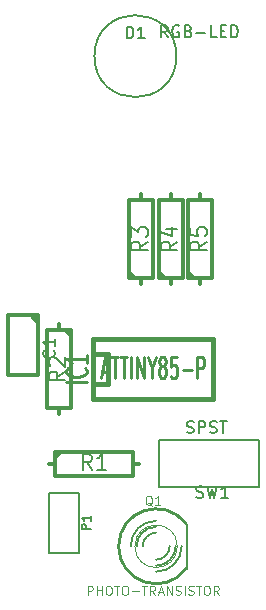
<source format=gto>
G04 (created by PCBNEW (2013-may-18)-stable) date Tue 16 Dec 2014 03:47:30 PM EET*
%MOIN*%
G04 Gerber Fmt 3.4, Leading zero omitted, Abs format*
%FSLAX34Y34*%
G01*
G70*
G90*
G04 APERTURE LIST*
%ADD10C,0.00590551*%
%ADD11C,0.012*%
%ADD12C,0.008*%
%ADD13C,0.003*%
%ADD14C,0.01*%
%ADD15C,0.006*%
%ADD16C,0.015*%
%ADD17C,0.0035*%
%ADD18C,0.01125*%
G04 APERTURE END LIST*
G54D10*
G54D11*
X9448Y-11492D02*
X9448Y-11692D01*
X9448Y-14492D02*
X9448Y-14292D01*
X9448Y-14292D02*
X9848Y-14292D01*
X9848Y-14292D02*
X9848Y-11692D01*
X9848Y-11692D02*
X9048Y-11692D01*
X9048Y-11692D02*
X9048Y-14292D01*
X9048Y-14292D02*
X9448Y-14292D01*
X9648Y-11692D02*
X9848Y-11892D01*
X9129Y-16141D02*
X9329Y-16141D01*
X12129Y-16141D02*
X11929Y-16141D01*
X11929Y-16141D02*
X11929Y-15741D01*
X11929Y-15741D02*
X9329Y-15741D01*
X9329Y-15741D02*
X9329Y-16541D01*
X9329Y-16541D02*
X11929Y-16541D01*
X11929Y-16541D02*
X11929Y-16141D01*
X9329Y-15941D02*
X9529Y-15741D01*
X12204Y-10161D02*
X12204Y-9961D01*
X12204Y-7161D02*
X12204Y-7361D01*
X12204Y-7361D02*
X11804Y-7361D01*
X11804Y-7361D02*
X11804Y-9961D01*
X11804Y-9961D02*
X12604Y-9961D01*
X12604Y-9961D02*
X12604Y-7361D01*
X12604Y-7361D02*
X12204Y-7361D01*
X12004Y-9961D02*
X11804Y-9761D01*
X13188Y-10161D02*
X13188Y-9961D01*
X13188Y-7161D02*
X13188Y-7361D01*
X13188Y-7361D02*
X12788Y-7361D01*
X12788Y-7361D02*
X12788Y-9961D01*
X12788Y-9961D02*
X13588Y-9961D01*
X13588Y-9961D02*
X13588Y-7361D01*
X13588Y-7361D02*
X13188Y-7361D01*
X12988Y-9961D02*
X12788Y-9761D01*
X14173Y-10161D02*
X14173Y-9961D01*
X14173Y-7161D02*
X14173Y-7361D01*
X14173Y-7361D02*
X13773Y-7361D01*
X13773Y-7361D02*
X13773Y-9961D01*
X13773Y-9961D02*
X14573Y-9961D01*
X14573Y-9961D02*
X14573Y-7361D01*
X14573Y-7361D02*
X14173Y-7361D01*
X13973Y-9961D02*
X13773Y-9761D01*
G54D12*
X13718Y-19647D02*
X13718Y-18147D01*
G54D13*
X13405Y-18897D02*
G75*
G03X13405Y-18897I-707J0D01*
G74*
G01*
G54D14*
X13698Y-18147D02*
G75*
G03X13698Y-19648I-999J-750D01*
G74*
G01*
G54D15*
X12698Y-18447D02*
G75*
G03X12248Y-18897I0J-450D01*
G74*
G01*
X12698Y-19347D02*
G75*
G03X13148Y-18897I0J450D01*
G74*
G01*
X12698Y-18247D02*
G75*
G03X12048Y-18897I0J-650D01*
G74*
G01*
X12698Y-19547D02*
G75*
G03X13348Y-18897I0J650D01*
G74*
G01*
X12698Y-18047D02*
G75*
G03X11848Y-18897I0J-850D01*
G74*
G01*
X12698Y-19747D02*
G75*
G03X13548Y-18897I0J850D01*
G74*
G01*
G54D16*
X10598Y-12492D02*
X11098Y-12492D01*
X11098Y-12492D02*
X11098Y-13492D01*
X11098Y-13492D02*
X10598Y-13492D01*
X10598Y-11992D02*
X14598Y-11992D01*
X14598Y-11992D02*
X14598Y-13992D01*
X14598Y-13992D02*
X10598Y-13992D01*
X10598Y-13992D02*
X10598Y-11992D01*
G54D11*
X8767Y-11224D02*
X8767Y-13204D01*
X8767Y-13204D02*
X7767Y-13204D01*
X7767Y-13204D02*
X7767Y-11204D01*
X7767Y-11204D02*
X8767Y-11204D01*
X8517Y-11204D02*
X8767Y-11454D01*
G54D10*
X13374Y-2559D02*
G75*
G03X13374Y-2559I-1366J0D01*
G74*
G01*
X16141Y-16929D02*
X16141Y-15354D01*
X16141Y-15354D02*
X12795Y-15354D01*
X12795Y-15354D02*
X12795Y-16929D01*
X12795Y-16929D02*
X16141Y-16929D01*
G54D15*
X9145Y-17110D02*
X10145Y-17110D01*
X10145Y-17110D02*
X10145Y-19110D01*
X10145Y-19110D02*
X9145Y-19110D01*
X9145Y-19110D02*
X9145Y-17110D01*
G54D12*
X9671Y-13075D02*
X9409Y-13242D01*
X9671Y-13361D02*
X9121Y-13361D01*
X9121Y-13170D01*
X9147Y-13123D01*
X9173Y-13099D01*
X9226Y-13075D01*
X9304Y-13075D01*
X9357Y-13099D01*
X9383Y-13123D01*
X9409Y-13170D01*
X9409Y-13361D01*
X9173Y-12884D02*
X9147Y-12861D01*
X9121Y-12813D01*
X9121Y-12694D01*
X9147Y-12646D01*
X9173Y-12623D01*
X9226Y-12599D01*
X9278Y-12599D01*
X9357Y-12623D01*
X9671Y-12908D01*
X9671Y-12599D01*
X10546Y-16364D02*
X10379Y-16102D01*
X10260Y-16364D02*
X10260Y-15814D01*
X10451Y-15814D01*
X10498Y-15840D01*
X10522Y-15866D01*
X10546Y-15919D01*
X10546Y-15997D01*
X10522Y-16050D01*
X10498Y-16076D01*
X10451Y-16102D01*
X10260Y-16102D01*
X11022Y-16364D02*
X10737Y-16364D01*
X10879Y-16364D02*
X10879Y-15814D01*
X10832Y-15892D01*
X10784Y-15945D01*
X10737Y-15971D01*
X12427Y-8744D02*
X12165Y-8911D01*
X12427Y-9030D02*
X11877Y-9030D01*
X11877Y-8839D01*
X11903Y-8792D01*
X11929Y-8768D01*
X11982Y-8744D01*
X12060Y-8744D01*
X12113Y-8768D01*
X12139Y-8792D01*
X12165Y-8839D01*
X12165Y-9030D01*
X11877Y-8578D02*
X11877Y-8268D01*
X12086Y-8435D01*
X12086Y-8363D01*
X12113Y-8316D01*
X12139Y-8292D01*
X12191Y-8268D01*
X12322Y-8268D01*
X12374Y-8292D01*
X12401Y-8316D01*
X12427Y-8363D01*
X12427Y-8506D01*
X12401Y-8554D01*
X12374Y-8578D01*
X13411Y-8744D02*
X13149Y-8911D01*
X13411Y-9030D02*
X12861Y-9030D01*
X12861Y-8839D01*
X12887Y-8792D01*
X12913Y-8768D01*
X12966Y-8744D01*
X13044Y-8744D01*
X13097Y-8768D01*
X13123Y-8792D01*
X13149Y-8839D01*
X13149Y-9030D01*
X13044Y-8316D02*
X13411Y-8316D01*
X12835Y-8435D02*
X13228Y-8554D01*
X13228Y-8244D01*
X14395Y-8744D02*
X14133Y-8911D01*
X14395Y-9030D02*
X13845Y-9030D01*
X13845Y-8839D01*
X13872Y-8792D01*
X13898Y-8768D01*
X13950Y-8744D01*
X14029Y-8744D01*
X14081Y-8768D01*
X14107Y-8792D01*
X14133Y-8839D01*
X14133Y-9030D01*
X13845Y-8292D02*
X13845Y-8530D01*
X14107Y-8554D01*
X14081Y-8530D01*
X14055Y-8482D01*
X14055Y-8363D01*
X14081Y-8316D01*
X14107Y-8292D01*
X14160Y-8268D01*
X14291Y-8268D01*
X14343Y-8292D01*
X14369Y-8316D01*
X14395Y-8363D01*
X14395Y-8482D01*
X14369Y-8530D01*
X14343Y-8554D01*
G54D17*
X12569Y-17547D02*
X12541Y-17533D01*
X12512Y-17504D01*
X12469Y-17461D01*
X12441Y-17447D01*
X12412Y-17447D01*
X12426Y-17519D02*
X12398Y-17504D01*
X12369Y-17476D01*
X12355Y-17419D01*
X12355Y-17319D01*
X12369Y-17261D01*
X12398Y-17233D01*
X12426Y-17219D01*
X12484Y-17219D01*
X12512Y-17233D01*
X12541Y-17261D01*
X12555Y-17319D01*
X12555Y-17419D01*
X12541Y-17476D01*
X12512Y-17504D01*
X12484Y-17519D01*
X12426Y-17519D01*
X12841Y-17519D02*
X12669Y-17519D01*
X12755Y-17519D02*
X12755Y-17219D01*
X12726Y-17261D01*
X12698Y-17290D01*
X12669Y-17304D01*
X10419Y-20519D02*
X10419Y-20219D01*
X10534Y-20219D01*
X10562Y-20233D01*
X10576Y-20247D01*
X10591Y-20276D01*
X10591Y-20319D01*
X10576Y-20347D01*
X10562Y-20361D01*
X10534Y-20376D01*
X10419Y-20376D01*
X10719Y-20519D02*
X10719Y-20219D01*
X10719Y-20361D02*
X10891Y-20361D01*
X10891Y-20519D02*
X10891Y-20219D01*
X11091Y-20219D02*
X11148Y-20219D01*
X11176Y-20233D01*
X11205Y-20261D01*
X11219Y-20319D01*
X11219Y-20419D01*
X11205Y-20476D01*
X11176Y-20504D01*
X11148Y-20519D01*
X11091Y-20519D01*
X11062Y-20504D01*
X11034Y-20476D01*
X11019Y-20419D01*
X11019Y-20319D01*
X11034Y-20261D01*
X11062Y-20233D01*
X11091Y-20219D01*
X11305Y-20219D02*
X11476Y-20219D01*
X11391Y-20519D02*
X11391Y-20219D01*
X11634Y-20219D02*
X11691Y-20219D01*
X11719Y-20233D01*
X11748Y-20261D01*
X11762Y-20319D01*
X11762Y-20419D01*
X11748Y-20476D01*
X11719Y-20504D01*
X11691Y-20519D01*
X11634Y-20519D01*
X11605Y-20504D01*
X11576Y-20476D01*
X11562Y-20419D01*
X11562Y-20319D01*
X11576Y-20261D01*
X11605Y-20233D01*
X11634Y-20219D01*
X11891Y-20404D02*
X12119Y-20404D01*
X12219Y-20219D02*
X12391Y-20219D01*
X12305Y-20519D02*
X12305Y-20219D01*
X12662Y-20519D02*
X12562Y-20376D01*
X12491Y-20519D02*
X12491Y-20219D01*
X12605Y-20219D01*
X12634Y-20233D01*
X12648Y-20247D01*
X12662Y-20276D01*
X12662Y-20319D01*
X12648Y-20347D01*
X12634Y-20361D01*
X12605Y-20376D01*
X12491Y-20376D01*
X12776Y-20433D02*
X12919Y-20433D01*
X12748Y-20519D02*
X12848Y-20219D01*
X12948Y-20519D01*
X13048Y-20519D02*
X13048Y-20219D01*
X13219Y-20519D01*
X13219Y-20219D01*
X13348Y-20504D02*
X13391Y-20519D01*
X13462Y-20519D01*
X13491Y-20504D01*
X13505Y-20490D01*
X13519Y-20461D01*
X13519Y-20433D01*
X13505Y-20404D01*
X13491Y-20390D01*
X13462Y-20376D01*
X13405Y-20361D01*
X13376Y-20347D01*
X13362Y-20333D01*
X13348Y-20304D01*
X13348Y-20276D01*
X13362Y-20247D01*
X13376Y-20233D01*
X13405Y-20219D01*
X13476Y-20219D01*
X13519Y-20233D01*
X13648Y-20519D02*
X13648Y-20219D01*
X13776Y-20504D02*
X13819Y-20519D01*
X13891Y-20519D01*
X13919Y-20504D01*
X13934Y-20490D01*
X13948Y-20461D01*
X13948Y-20433D01*
X13934Y-20404D01*
X13919Y-20390D01*
X13891Y-20376D01*
X13834Y-20361D01*
X13805Y-20347D01*
X13791Y-20333D01*
X13776Y-20304D01*
X13776Y-20276D01*
X13791Y-20247D01*
X13805Y-20233D01*
X13834Y-20219D01*
X13905Y-20219D01*
X13948Y-20233D01*
X14034Y-20219D02*
X14205Y-20219D01*
X14119Y-20519D02*
X14119Y-20219D01*
X14362Y-20219D02*
X14419Y-20219D01*
X14448Y-20233D01*
X14476Y-20261D01*
X14491Y-20319D01*
X14491Y-20419D01*
X14476Y-20476D01*
X14448Y-20504D01*
X14419Y-20519D01*
X14362Y-20519D01*
X14334Y-20504D01*
X14305Y-20476D01*
X14291Y-20419D01*
X14291Y-20319D01*
X14305Y-20261D01*
X14334Y-20233D01*
X14362Y-20219D01*
X14791Y-20519D02*
X14691Y-20376D01*
X14619Y-20519D02*
X14619Y-20219D01*
X14734Y-20219D01*
X14762Y-20233D01*
X14776Y-20247D01*
X14791Y-20276D01*
X14791Y-20319D01*
X14776Y-20347D01*
X14762Y-20361D01*
X14734Y-20376D01*
X14619Y-20376D01*
G54D18*
X10381Y-13431D02*
X9681Y-13431D01*
X10315Y-12959D02*
X10348Y-12981D01*
X10381Y-13045D01*
X10381Y-13088D01*
X10348Y-13152D01*
X10281Y-13195D01*
X10215Y-13217D01*
X10081Y-13238D01*
X9981Y-13238D01*
X9848Y-13217D01*
X9781Y-13195D01*
X9715Y-13152D01*
X9681Y-13088D01*
X9681Y-13045D01*
X9715Y-12981D01*
X9748Y-12959D01*
X10381Y-12531D02*
X10381Y-12788D01*
X10381Y-12659D02*
X9681Y-12659D01*
X9781Y-12702D01*
X9848Y-12745D01*
X9881Y-12788D01*
G54D11*
G54D14*
X10893Y-13075D02*
X11084Y-13075D01*
X10855Y-13275D02*
X10988Y-12575D01*
X11122Y-13275D01*
X11198Y-12575D02*
X11426Y-12575D01*
X11312Y-13275D02*
X11312Y-12575D01*
X11503Y-12575D02*
X11731Y-12575D01*
X11617Y-13275D02*
X11617Y-12575D01*
X11865Y-13275D02*
X11865Y-12575D01*
X12055Y-13275D02*
X12055Y-12575D01*
X12284Y-13275D01*
X12284Y-12575D01*
X12550Y-12942D02*
X12550Y-13275D01*
X12417Y-12575D02*
X12550Y-12942D01*
X12684Y-12575D01*
X12874Y-12875D02*
X12836Y-12842D01*
X12817Y-12808D01*
X12798Y-12742D01*
X12798Y-12708D01*
X12817Y-12642D01*
X12836Y-12608D01*
X12874Y-12575D01*
X12950Y-12575D01*
X12988Y-12608D01*
X13007Y-12642D01*
X13026Y-12708D01*
X13026Y-12742D01*
X13007Y-12808D01*
X12988Y-12842D01*
X12950Y-12875D01*
X12874Y-12875D01*
X12836Y-12908D01*
X12817Y-12942D01*
X12798Y-13008D01*
X12798Y-13142D01*
X12817Y-13208D01*
X12836Y-13242D01*
X12874Y-13275D01*
X12950Y-13275D01*
X12988Y-13242D01*
X13007Y-13208D01*
X13026Y-13142D01*
X13026Y-13008D01*
X13007Y-12942D01*
X12988Y-12908D01*
X12950Y-12875D01*
X13388Y-12575D02*
X13198Y-12575D01*
X13179Y-12908D01*
X13198Y-12875D01*
X13236Y-12842D01*
X13331Y-12842D01*
X13369Y-12875D01*
X13388Y-12908D01*
X13407Y-12975D01*
X13407Y-13142D01*
X13388Y-13208D01*
X13369Y-13242D01*
X13331Y-13275D01*
X13236Y-13275D01*
X13198Y-13242D01*
X13179Y-13208D01*
X13579Y-13008D02*
X13884Y-13008D01*
X14074Y-13275D02*
X14074Y-12575D01*
X14226Y-12575D01*
X14265Y-12608D01*
X14284Y-12642D01*
X14303Y-12708D01*
X14303Y-12808D01*
X14284Y-12875D01*
X14265Y-12908D01*
X14226Y-12942D01*
X14074Y-12942D01*
G54D11*
G54D12*
X9291Y-12371D02*
X9310Y-12390D01*
X9329Y-12447D01*
X9329Y-12485D01*
X9310Y-12542D01*
X9272Y-12580D01*
X9234Y-12599D01*
X9158Y-12619D01*
X9101Y-12619D01*
X9024Y-12599D01*
X8986Y-12580D01*
X8948Y-12542D01*
X8929Y-12485D01*
X8929Y-12447D01*
X8948Y-12390D01*
X8967Y-12371D01*
X9329Y-11990D02*
X9329Y-12219D01*
X9329Y-12104D02*
X8929Y-12104D01*
X8986Y-12142D01*
X9024Y-12180D01*
X9043Y-12219D01*
G54D10*
X11717Y-1970D02*
X11717Y-1576D01*
X11811Y-1576D01*
X11867Y-1595D01*
X11904Y-1632D01*
X11923Y-1670D01*
X11942Y-1745D01*
X11942Y-1801D01*
X11923Y-1876D01*
X11904Y-1914D01*
X11867Y-1951D01*
X11811Y-1970D01*
X11717Y-1970D01*
X12317Y-1970D02*
X12092Y-1970D01*
X12204Y-1970D02*
X12204Y-1576D01*
X12167Y-1632D01*
X12129Y-1670D01*
X12092Y-1689D01*
X13083Y-1931D02*
X12952Y-1743D01*
X12859Y-1931D02*
X12859Y-1537D01*
X13008Y-1537D01*
X13046Y-1556D01*
X13065Y-1574D01*
X13083Y-1612D01*
X13083Y-1668D01*
X13065Y-1706D01*
X13046Y-1724D01*
X13008Y-1743D01*
X12859Y-1743D01*
X13458Y-1556D02*
X13421Y-1537D01*
X13365Y-1537D01*
X13308Y-1556D01*
X13271Y-1593D01*
X13252Y-1631D01*
X13233Y-1706D01*
X13233Y-1762D01*
X13252Y-1837D01*
X13271Y-1874D01*
X13308Y-1912D01*
X13365Y-1931D01*
X13402Y-1931D01*
X13458Y-1912D01*
X13477Y-1893D01*
X13477Y-1762D01*
X13402Y-1762D01*
X13777Y-1724D02*
X13833Y-1743D01*
X13852Y-1762D01*
X13871Y-1799D01*
X13871Y-1856D01*
X13852Y-1893D01*
X13833Y-1912D01*
X13796Y-1931D01*
X13646Y-1931D01*
X13646Y-1537D01*
X13777Y-1537D01*
X13815Y-1556D01*
X13833Y-1574D01*
X13852Y-1612D01*
X13852Y-1649D01*
X13833Y-1687D01*
X13815Y-1706D01*
X13777Y-1724D01*
X13646Y-1724D01*
X14040Y-1781D02*
X14340Y-1781D01*
X14715Y-1931D02*
X14527Y-1931D01*
X14527Y-1537D01*
X14846Y-1724D02*
X14977Y-1724D01*
X15033Y-1931D02*
X14846Y-1931D01*
X14846Y-1537D01*
X15033Y-1537D01*
X15202Y-1931D02*
X15202Y-1537D01*
X15296Y-1537D01*
X15352Y-1556D01*
X15389Y-1593D01*
X15408Y-1631D01*
X15427Y-1706D01*
X15427Y-1762D01*
X15408Y-1837D01*
X15389Y-1874D01*
X15352Y-1912D01*
X15296Y-1931D01*
X15202Y-1931D01*
X14041Y-17266D02*
X14098Y-17285D01*
X14191Y-17285D01*
X14229Y-17266D01*
X14248Y-17247D01*
X14266Y-17210D01*
X14266Y-17172D01*
X14248Y-17135D01*
X14229Y-17116D01*
X14191Y-17097D01*
X14116Y-17079D01*
X14079Y-17060D01*
X14060Y-17041D01*
X14041Y-17004D01*
X14041Y-16966D01*
X14060Y-16929D01*
X14079Y-16910D01*
X14116Y-16891D01*
X14210Y-16891D01*
X14266Y-16910D01*
X14398Y-16891D02*
X14491Y-17285D01*
X14566Y-17004D01*
X14641Y-17285D01*
X14735Y-16891D01*
X15091Y-17285D02*
X14866Y-17285D01*
X14979Y-17285D02*
X14979Y-16891D01*
X14941Y-16947D01*
X14904Y-16985D01*
X14866Y-17004D01*
X13723Y-15101D02*
X13779Y-15119D01*
X13873Y-15119D01*
X13910Y-15101D01*
X13929Y-15082D01*
X13948Y-15044D01*
X13948Y-15007D01*
X13929Y-14970D01*
X13910Y-14951D01*
X13873Y-14932D01*
X13798Y-14913D01*
X13760Y-14895D01*
X13742Y-14876D01*
X13723Y-14838D01*
X13723Y-14801D01*
X13742Y-14763D01*
X13760Y-14745D01*
X13798Y-14726D01*
X13892Y-14726D01*
X13948Y-14745D01*
X14116Y-15119D02*
X14116Y-14726D01*
X14266Y-14726D01*
X14304Y-14745D01*
X14323Y-14763D01*
X14341Y-14801D01*
X14341Y-14857D01*
X14323Y-14895D01*
X14304Y-14913D01*
X14266Y-14932D01*
X14116Y-14932D01*
X14491Y-15101D02*
X14548Y-15119D01*
X14641Y-15119D01*
X14679Y-15101D01*
X14698Y-15082D01*
X14716Y-15044D01*
X14716Y-15007D01*
X14698Y-14970D01*
X14679Y-14951D01*
X14641Y-14932D01*
X14566Y-14913D01*
X14529Y-14895D01*
X14510Y-14876D01*
X14491Y-14838D01*
X14491Y-14801D01*
X14510Y-14763D01*
X14529Y-14745D01*
X14566Y-14726D01*
X14660Y-14726D01*
X14716Y-14745D01*
X14829Y-14726D02*
X15054Y-14726D01*
X14941Y-15119D02*
X14941Y-14726D01*
G54D15*
X10517Y-18331D02*
X10217Y-18331D01*
X10217Y-18217D01*
X10231Y-18188D01*
X10245Y-18174D01*
X10274Y-18160D01*
X10317Y-18160D01*
X10345Y-18174D01*
X10359Y-18188D01*
X10374Y-18217D01*
X10374Y-18331D01*
X10517Y-17874D02*
X10517Y-18045D01*
X10517Y-17960D02*
X10217Y-17960D01*
X10259Y-17988D01*
X10288Y-18017D01*
X10302Y-18045D01*
M02*

</source>
